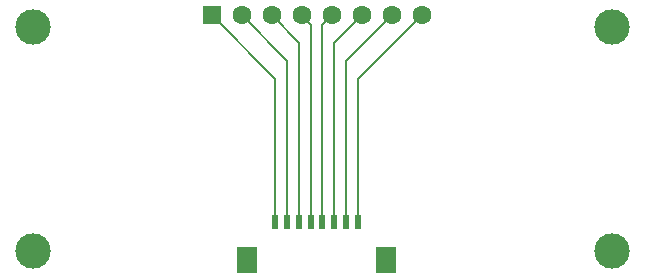
<source format=gbl>
G04*
G04 #@! TF.GenerationSoftware,Altium Limited,Altium Designer,23.8.1 (32)*
G04*
G04 Layer_Physical_Order=2*
G04 Layer_Color=16711680*
%FSLAX44Y44*%
%MOMM*%
G71*
G04*
G04 #@! TF.SameCoordinates,74A03D58-BA26-460C-9841-76C9F7D9AC81*
G04*
G04*
G04 #@! TF.FilePolarity,Positive*
G04*
G01*
G75*
%ADD19C,0.2040*%
%ADD20C,1.6000*%
%ADD21R,1.6000X1.6000*%
%ADD22C,3.0000*%
%ADD23R,1.8000X2.2000*%
%ADD24R,0.6000X1.3000*%
D19*
X305000Y54541D02*
Y175451D01*
X358900Y229351D01*
X235000Y54541D02*
Y175451D01*
X181100Y229351D02*
X235000Y175451D01*
X206500Y229351D02*
X245000Y190851D01*
Y54541D02*
Y190851D01*
X295000Y190851D02*
X333500Y229351D01*
X295000Y54541D02*
Y190851D01*
X285000Y52291D02*
Y206251D01*
X308100Y229351D01*
X275000Y52291D02*
Y221651D01*
X282700Y229351D01*
X255000Y52291D02*
Y206251D01*
X231900Y229351D02*
X255000Y206251D01*
X265000Y52291D02*
Y221651D01*
X257300Y229351D02*
X265000Y221651D01*
D20*
X333500Y229351D02*
D03*
X206500D02*
D03*
X231900D02*
D03*
X308100D02*
D03*
X257300D02*
D03*
X282700D02*
D03*
X358900D02*
D03*
D21*
X181100D02*
D03*
D22*
X520000Y30000D02*
D03*
Y220000D02*
D03*
X30000D02*
D03*
Y30000D02*
D03*
D23*
X211000Y22041D02*
D03*
X329000D02*
D03*
D24*
X275000Y54541D02*
D03*
X265000D02*
D03*
X285000D02*
D03*
X295000D02*
D03*
X305000D02*
D03*
X245000D02*
D03*
X235000D02*
D03*
X255000D02*
D03*
M02*

</source>
